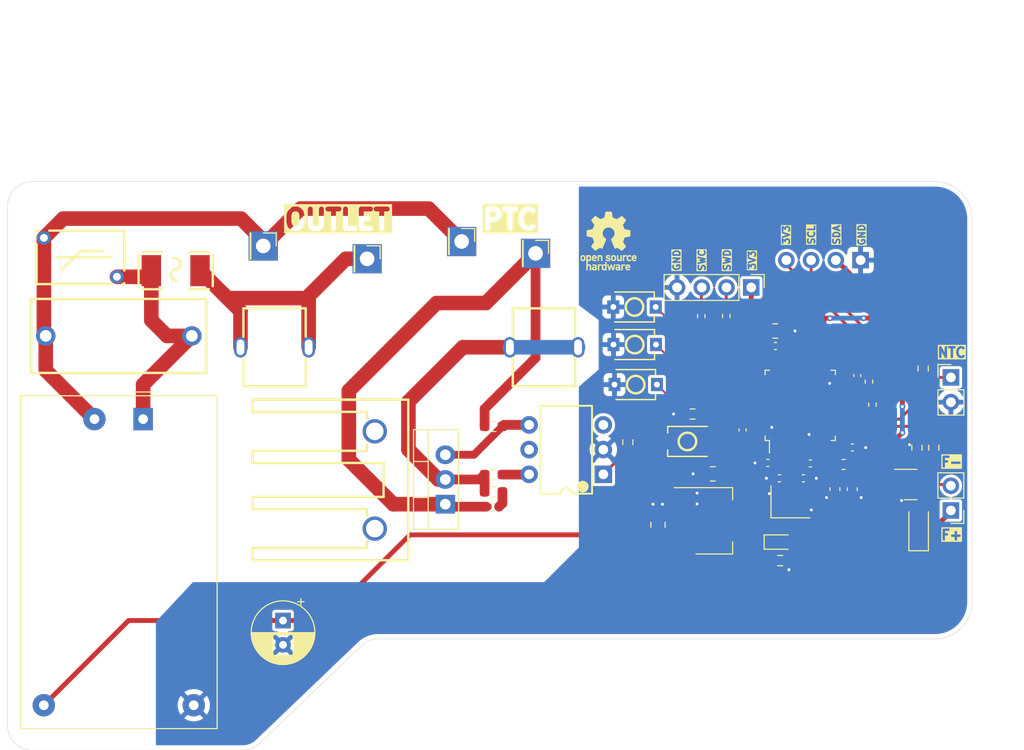
<source format=kicad_pcb>
(kicad_pcb (version 20241229) (generator "pcbnew") (generator_version "9.0")
  (title_block (title "Hotplate Electronics Automation Thermal") (company "Made by: Daniel Yordanov"))
  (layers (0 "F.Cu" signal) (2 "B.Cu" signal) (13 "F.Paste" user) (15 "B.Paste" user) (5 "F.SilkS" user "F.Silkscreen") (7 "B.SilkS" user "B.Silkscreen") (1 "F.Mask" user) (3 "B.Mask" user) (25 "Edge.Cuts" user))
  (net 0 "")
  (net 1 "+3.3V")
  (net 2 "OSC_OUT")
  (net 3 "OSC_IN")
  (net 4 "+3.3VA")
  (net 5 "AC_N")
  (net 6 "Net-(PS1-AC{slash}L)")
  (net 7 "+5V")
  (net 8 "HeaterL")
  (net 11 "ARead")
  (net 12 "SCL")
  (net 13 "SDA")
  (net 14 "Net-(Q1-G)")
  (net 15 "SWD")
  (net 16 "SWC")
  (net 17 "BOOT")
  (net 18 "Net-(R6-Pad1)")
  (net 19 "HeaterControl")
  (net 20 "Net-(R8-Pad2)")
  (net 22 "FAN")
  (net 23 "SW2")
  (net 24 "SW3")
  (net 25 "SW4")
  (net 26 "NRST")
  (net 49 "GND")
  (net 50 "AC_L")
  (net 51 "Net-(C14-Pad1)")
  (net 52 "Net-(D1-K)")
  (net 53 "Net-(D2-A)")
  (net 54 "Net-(J6-Pin_2)")
  (net 55 "Net-(J6-Pin_3)")
  (net 56 "Net-(Q2-G)")
  (net 57 "bFuse")
  (footprint "Connector_PinHeader_2.54mm:PinHeader_1x02_P2.54mm_Vertical" (layer "F.Cu") (at 147.595 74.6556 180)
    (property "Reference" "M1")
    (property "Value" "Fan")
  )
  (footprint "Capacitor_SMD:C_0603_1608Metric_Pad1.08x0.95mm_HandSolder" (layer "F.Cu") (at 137.4718 72.4662 -90)
    (property "Reference" "C9")
    (property "Value" "1u")
  )
  (footprint "ScottoKeebs_Components:OLED_128x64" (layer "F.Cu") (at 134.514 48.9304 180)
    (property "Reference" "J7" (hide yes))
    (property "Value" "OLED_128x64")
  )
  (footprint "Crystal:Crystal_SMD_3225-4Pin_3.2x2.5mm" (layer "F.Cu") (at 131.1271 73.7616)
    (property "Reference" "Y1")
    (property "Value" "16MHz/9pF")
  )
  (footprint "Converter_ACDC:Converter_ACDC_HiLink_HLK-PMxx" (layer "F.Cu") (at 64.6494 65.2697 -90)
    (property "Reference" "PS1")
    (property "Value" "HLK-PM01")
  )
  (footprint "Resistor_SMD:R_0603_1608Metric_Pad0.98x0.95mm_HandSolder" (layer "F.Cu") (at 100.6304 66.0146 180)
    (property "Reference" "R9")
    (property "Value" "360")
  )
  (footprint "Resistor_SMD:R_0402_1005Metric_Pad0.72x0.64mm_HandSolder" (layer "F.Cu") (at 124.5318 54.6608 -90)
    (property "Reference" "R1")
    (property "Value" "22")
  )
  (footprint "Resistor_SMD:R_0603_1608Metric_Pad0.98x0.95mm_HandSolder" (layer "F.Cu") (at 145.8424 68.2097 90)
    (property "Reference" "R13")
    (property "Value" "100")
  )
  (footprint "TS-1088R-02026:SW-SMD_L3.9-W3.0-P4.45" (layer "F.Cu") (at 120.544 67.564)
    (property "Reference" "SW1")
    (property "Value" "SW_Push")
  )
  (footprint "Resistor_SMD:R_0402_1005Metric_Pad0.72x0.64mm_HandSolder" (layer "F.Cu") (at 121.9664 54.6862 -90)
    (property "Reference" "R3")
    (property "Value" "22")
  )
  (footprint "Symbol:OSHW-Logo_5.7x6mm_SilkScreen" (layer "F.Cu") (at 112.4414 46.9646)
    (property "Reference" "REF**" (hide yes))
    (property "Value" "OSHW-Logo_5.7x6mm_SilkScreen" (hide yes))
  )
  (footprint "TS-1088R-02026:SW-SMD_L3.9-W3.0-P4.45" (layer "F.Cu") (at 115.2354 61.722 180)
    (property "Reference" "SW2")
    (property "Value" "SW_Push_45deg")
  )
  (footprint "Capacitor_SMD:C_0402_1005Metric_Pad0.74x0.62mm_HandSolder" (layer "F.Cu") (at 128.799 69.7738 180)
    (property "Reference" "C2")
    (property "Value" "100n")
  )
  (footprint "Connector_PinHeader_2.54mm:PinHeader_1x01_P2.54mm_Vertical" (layer "F.Cu") (at 76.983 47.4726 -90)
    (property "Reference" "J4")
    (property "Value" "Conn_01x01_Socket")
  )
  (footprint "Capacitor_SMD:C_0805_2012Metric_Pad1.18x1.45mm_HandSolder" (layer "F.Cu") (at 123.1482 70.8945 180)
    (property "Reference" "C16")
    (property "Value" "22u")
  )
  (footprint "Connector_PinHeader_2.54mm:PinHeader_1x04_P2.54mm_Vertical" (layer "F.Cu") (at 127.0972 51.7398 -90)
    (property "Reference" "J6")
    (property "Value" "Conn_01x04_Socket")
  )
  (footprint "TS-1088R-02026:SW-SMD_L3.9-W3.0-P4.45" (layer "F.Cu") (at 115.1084 53.7464 180)
    (property "Reference" "SW4")
    (property "Value" "SW_Push_45deg")
  )
  (footprint "Package_TO_SOT_SMD:SOT-23" (layer "F.Cu") (at 143.4802 71.9886)
    (property "Reference" "Q2")
    (property "Value" "IRLML2502TRPBF")
  )
  (footprint "Resistor_SMD:R_0402_1005Metric_Pad0.72x0.64mm_HandSolder" (layer "F.Cu") (at 139.5432 63.7794 -90)
    (property "Reference" "R2")
    (property "Value" "2k2")
  )
  (footprint "TS-1088R-02026:SW-SMD_L3.9-W3.0-P4.45" (layer "F.Cu") (at 115.1338 57.6072 180)
    (property "Reference" "SW3")
    (property "Value" "SW_Push_45deg")
  )
  (footprint "Inductor_SMD:L_0603_1608Metric_Pad1.05x0.95mm_HandSolder" (layer "F.Cu") (at 136.5828 69.9262 180)
    (property "Reference" "FB1")
    (property "Value" "120R/100MHz")
  )
  (footprint "JDTfuse JFC2410-1100TS:F2410" (layer "F.Cu") (at 67.9914 50.0126 180)
    (property "Reference" "F1")
    (property "Value" "1A")
  )
  (footprint "Resistor_SMD:R_0603_1608Metric_Pad0.98x0.95mm_HandSolder" (layer "F.Cu") (at 114.4226 67.6402 -90)
    (property "Reference" "R8")
    (property "Value" "430")
  )
  (footprint "Resistor_SMD:R_0603_1608Metric_Pad0.98x0.95mm_HandSolder" (layer "F.Cu") (at 144.1152 68.2097 -90)
    (property "Reference" "R14")
    (property "Value" "10k")
  )
  (footprint "Diode_SMD:D_SOD-123" (layer "F.Cu") (at 144.2897 76.4336 90)
    (property "Reference" "D2")
    (property "Value" "1N5819W")
  )
  (footprint "Capacitor_THT:CP_Radial_D6.3mm_P2.50mm" (layer "F.Cu") (at 79.015 85.965021 -90)
    (property "Reference" "C13")
    (property "Value" "220uF")
  )
  (footprint "10D561K:RES-TH_L9.0-W5.5-P7.50-D0.6-S4.00" (layer "F.Cu") (at 58.2086 48.6449 180)
    (property "Reference" "RV1")
    (property "Value" "10D561K")
  )
  (footprint "LS-601:FUSE-TH_LS-601" (layer "F.Cu") (at 105.812 57.8866)
    (property "Reference" "FH1")
    (property "Value" "LS-601")
  )
  (footprint "MKP224K275VAC(X2-224K)-B:CAP-TH_L18.0-W7.5-P15.00-D0.8" (layer "F.Cu") (at 62.1494 56.7182 180)
    (property "Reference" "C12")
    (property "Value" "220nF")
  )
  (footprint "Package_TO_SOT_SMD:SOT-223-3_TabPin2" (layer "F.Cu") (at 123.2752 75.7205)
    (property "Reference" "U3")
    (property "Value" "AMS1117-3.3")
  )
  (footprint "XSD309-067:HEATSINK-TH_L16.5-W16.0-P10.00-D1.5" (layer "F.Cu") (at 88.4384 71.5226 90)
    (property "Reference" "HT1")
    (property "Value" "HeatSink")
  )
  (footprint "Capacitor_SMD:C_0805_2012Metric_Pad1.18x1.45mm_HandSolder" (layer "F.Cu") (at 129.561 56.2102)
    (property "Reference" "C1")
    (property "Value" "10u")
  )
  (footprint "Capacitor_SMD:C_0402_1005Metric_Pad0.74x0.62mm_HandSolder" (layer "F.Cu") (at 126.2082 66.3702 90)
    (property "Reference" "C5")
    (property "Value" "100n")
  )
  (footprint "Capacitor_SMD:C_0603_1608Metric_Pad1.08x0.95mm_HandSolder" (layer "F.Cu") (at 135.6938 72.4662 -90)
    (property "Reference" "C10")
    (property "Value" "1u")
  )
  (footprint "Connector_PinHeader_2.54mm:PinHeader_1x01_P2.54mm_Vertical" (layer "F.Cu") (at 87.651 48.7934 -90)
    (property "Reference" "J3")
    (property "Value" "Conn_01x01_Socket")
  )
  (footprint "Resistor_SMD:R_0603_1608Metric_Pad0.98x0.95mm_HandSolder" (layer "F.Cu") (at 100.6304 72.7456 180)
    (property "Reference" "R7")
    (property "Value" "39")
  )
  (footprint "Resistor_SMD:R_0603_1608Metric_Pad0.98x0.95mm_HandSolder" (layer "F.Cu") (at 130.0664 79.8068)
    (property "Reference" "R11")
    (property "Value" "1k5")
  )
  (footprint "Capacitor_SMD:C_0402_1005Metric_Pad0.74x0.62mm_HandSolder" (layer "F.Cu") (at 100.6304 74.2696 180)
    (property "Reference" "C14")
    (property "Value" "10n")
  )
  (footprint "LED_SMD:LED_0603_1608Metric_Pad1.05x0.95mm_HandSolder" (layer "F.Cu") (at 130.0804 77.9018)
    (property "Reference" "D1")
    (property "Value" "BLUE")
  )
  (footprint "Capacitor_SMD:C_0805_2012Metric_Pad1.18x1.45mm_HandSolder" (layer "F.Cu") (at 117.5214 76.1238 90)
    (property "Reference" "C15")
    (property "Value" "22u")
  )
  (footprint "Capacitor_SMD:C_0402_1005Metric_Pad0.74x0.62mm_HandSolder" (layer "F.Cu") (at 137.4889 68.1856)
    (property "Reference" "C7")
    (property "Value" "100n")
  )
  (footprint "MOC3063M:DIP-6_L8.5-W6.4-P2.54-LS7.6-BL" (layer "F.Cu") (at 108.098 68.4022 90)
    (property "Reference" "U2")
    (property "Value" "MOC3063M")
  )
  (footprint "Capacitor_SMD:C_0402_1005Metric_Pad0.74x0.62mm_HandSolder" (layer "F.Cu") (at 129.5864 57.7596)
    (property "Reference" "C4")
    (property "Value" "100n")
  )
  (footprint "Connector_PinHeader_2.54mm:PinHeader_1x01_P2.54mm_Vertical" (layer "F.Cu") (at 104.9484 48.2346 -90)
    (property "Reference" "J1")
    (property "Value" "Conn_01x01_Socket")
  )
  (footprint "Capacitor_SMD:C_0402_1005Metric_Pad0.74x0.62mm_HandSolder" (layer "F.Cu") (at 133.1678 69.8246 180)
    (property "Reference" "C11")
    (property "Value" "10n")
  )
  (footprint "Resistor_SMD:R_0402_1005Metric_Pad0.72x0.64mm_HandSolder" (layer "F.Cu") (at 139.1876 61.4039 90)
    (property "Reference" "R5")
    (property "Value" "2k2")
  )
  (footprint "Connector_PinHeader_2.54mm:PinHeader_1x02_P2.54mm_Vertical" (layer "F.Cu") (at 147.60125 60.9839)
    (property "Reference" "J5")
    (property "Value" "Conn_01x02_Socket")
  )
  (footprint "Resistor_SMD:R_0603_1608Metric_Pad0.98x0.95mm_HandSolder" (layer "F.Cu") (at 121.0774 64.7446 180)
    (property "Reference" "R4")
    (property "Value" "10k")
  )
  (footprint "Connector_PinHeader_2.54mm:PinHeader_1x01_P2.54mm_Vertical" (layer "F.Cu") (at 97.3538 47.0154 -90)
    (property "Reference" "J2")
    (property "Value" "Conn_01x01_Socket")
  )
  (footprint "Resistor_SMD:R_0603_1608Metric_Pad0.98x0.95mm_HandSolder" (layer "F.Cu") (at 100.6304 70.9676 180)
    (property "Reference" "R6")
    (property "Value" "360")
  )
  (footprint "Package_TO_SOT_THT:TO-220-3_Vertical" (layer "F.Cu") (at 95.6826 74.0118 90)
    (property "Reference" "Q1")
    (property "Value" "BTA16-600B")
  )
  (footprint "Capacitor_SMD:C_0402_1005Metric_Pad0.74x0.62mm_HandSolder" (layer "F.Cu") (at 132.4566 71.3486)
    (property "Reference" "C6")
    (property "Value" "10p")
  )
  (footprint "Capacitor_SMD:C_0402_1005Metric_Pad0.74x0.62mm_HandSolder" (layer "F.Cu") (at 129.9841 71.3486 180)
    (property "Reference" "C8")
    (property "Value" "10p")
  )
  (footprint "Resistor_SMD:R_0603_1608Metric_Pad0.98x0.95mm_HandSolder" (layer "F.Cu") (at 144.7502 60.071 -90)
    (property "Reference" "R12")
    (property "Value" "100k")
  )
  (footprint "LS-601:FUSE-TH_LS-601" (layer "F.Cu") (at 78.1462 57.8866 180)
    (property "Reference" "FH2")
    (property "Value" "LS-601")
  )
  (footprint "Package_QFP:LQFP-48_7x7mm_P0.5mm" (layer "F.Cu") (at 132.1264 63.8556 90)
    (property "Reference" "U1")
    (property "Value" "STM32F103C8T6")
  )
  (footprint "Capacitor_SMD:C_0402_1005Metric_Pad0.74x0.62mm_HandSolder" (layer "F.Cu") (at 137.9938 60.7909 -90)
    (property "Reference" "C3")
    (property "Value" "100n")
  )
  (gr_line (start 145.9694 40.8686) (end 53.2594 40.8686) (stroke (width 0.05)) (layer "Edge.Cuts"))
  (gr_arc (start 145.9694 40.8686) (mid 148.663477 41.984523) (end 149.7794 44.6786) (stroke (width 0.05)) (layer "Edge.Cuts"))
  (gr_arc (start 50.7194 43.4086) (mid 51.463349 41.612549) (end 53.2594 40.8686) (stroke (width 0.05)) (layer "Edge.Cuts"))
  (gr_line (start 50.7194 43.4086) (end 50.7194 96.7486) (stroke (width 0.05)) (layer "Edge.Cuts"))
  (gr_arc (start 87.023349 88.602549) (mid 87.847384 88.051946) (end 88.8194 87.8586) (stroke (width 0.05)) (layer "Edge.Cuts"))
  (gr_line (start 87.023349 88.60255) (end 76.64545 98.544651) (stroke (width 0.05)) (layer "Edge.Cuts"))
  (gr_line (start 149.7794 84.0486) (end 149.7794 44.6786) (stroke (width 0.05)) (layer "Edge.Cuts"))
  (gr_arc (start 53.2594 99.2886) (mid 51.463349 98.544651) (end 50.7194 96.7486) (stroke (width 0.05)) (layer "Edge.Cuts"))
  (gr_arc (start 76.645451 98.544651) (mid 75.821416 99.095254) (end 74.8494 99.2886) (stroke (width 0.05)) (layer "Edge.Cuts"))
  (gr_line (start 88.8194 87.8586) (end 145.9694 87.8586) (stroke (width 0.05)) (layer "Edge.Cuts"))
  (gr_line (start 53.2594 99.2886) (end 74.8494 99.2886) (stroke (width 0.05)) (layer "Edge.Cuts"))
  (gr_arc (start 149.7794 84.0486) (mid 148.663477 86.742677) (end 145.9694 87.8586) (stroke (width 0.05)) (layer "Edge.Cuts"))
  (gr_text "OUTLET" (at 78.9134 45.9486 0) (layer "F.SilkS" knockout) (effects (font (size 2 2) (thickness 0.5) (bold yes)) (justify left bottom)))
  (gr_text "F+\n" (at 146.466543 77.7686 0) (layer "F.SilkS" knockout) (effects (font (size 1 1) (thickness 0.25) (bold yes)) (justify left bottom)))
  (gr_text "GND" (at 119.8594 50.1186 90) (layer "F.SilkS" knockout) (effects (font (size 0.7 0.7) (thickness 0.175) (bold yes)) (justify left bottom)))
  (gr_text "F-" (at 146.466543 70.2686 0) (layer "F.SilkS" knockout) (effects (font (size 1 1) (thickness 0.25) (bold yes)) (justify left bottom)))
  (gr_text "3V3" (at 131.1094 47.4186 90) (layer "F.SilkS" knockout) (effects (font (size 0.7 0.7) (thickness 0.175) (bold yes)) (justify left bottom)))
  (gr_text "GND" (at 138.8594 47.5186 90) (layer "F.SilkS" knockout) (effects (font (size 0.7 0.7) (thickness 0.175) (bold yes)) (justify left bottom)))
  (gr_text "SWD" (at 125.026067 50.135267 90) (layer "F.SilkS" knockout) (effects (font (size 0.7 0.7) (thickness 0.175) (bold yes)) (justify left bottom)))
  (gr_text "PTC" (at 99.2334 45.9486 0) (layer "F.SilkS" knockout) (effects (font (size 2 2) (thickness 0.5) (bold yes)) (justify left bottom)))
  (gr_text "SWC" (at 122.442733 50.135267 90) (layer "F.SilkS" knockout) (effects (font (size 0.7 0.7) (thickness 0.175) (bold yes)) (justify left bottom)))
  (gr_text "SDA" (at 136.276067 47.435267 90) (layer "F.SilkS" knockout) (effects (font (size 0.7 0.7) (thickness 0.175) (bold yes)) (justify left bottom)))
  (gr_text "NTC" (at 146.1094 59.0186 0) (layer "F.SilkS" knockout) (effects (font (size 1 1) (thickness 0.25) (bold yes)) (justify left bottom)))
  (gr_text "SCL\n" (at 133.692733 47.4186 90) (layer "F.SilkS" knockout) (effects (font (size 0.7 0.7) (thickness 0.175) (bold yes)) (justify left bottom)))
  (gr_text "3V3\n" (at 127.6094 50.0186 90) (layer "F.SilkS" knockout) (effects (font (size 0.7 0.7) (thickness 0.175) (bold yes)) (justify left bottom)))
  (segment (start 137.9938 60.2234) (end 138.6046 60.2234) (width 0.5) (layer "F.Cu") (net 1))
  (segment (start 127.0972 53.4416) (end 127.0972 51.7398) (width 0.5) (layer "F.Cu") (net 1))
  (segment (start 137.9949 71.6037) (end 137.4718 71.6037) (width 0.5) (layer "F.Cu") (net 1))
  (segment (start 124.1857 69.0257) (end 122.724 67.564) (width 0.5) (layer "F.Cu") (net 1))
  (segment (start 127.9639 66.6056) (end 127.1412 66.6056) (width 0.3) (layer "F.Cu") (net 1))
  (segment (start 129.3764 69.7639) (end 129.3665 69.7738) (width 0.3) (layer "F.Cu") (net 1))
  (segment (start 142.6166 62.6872) (end 142.6166 62.6364) (width 0.5) (layer "F.Cu") (net 1))
  (segment (start 124.1857 70.8945) (end 124.1857 69.0257) (width 0.5) (layer "F.Cu") (net 1))
  (segment (start 129.1028 70.5876) (end 129.3665 70.3239) (width 0.5) (layer "F.Cu") (net 1))
  (segment (start 129.0189 58.5637) (end 129.0189 57.7596) (width 0.3) (layer "F.Cu") (net 1))
  (segment (start 129.3764 59.6931) (end 129.3764 58.9212) (width 0.3) (layer "F.Cu") (net 1))
  (segment (start 124.1857 70.8945) (end 124.4926 70.5876) (width 0.5) (layer "F.Cu") (net 1))
  (segment (start 137.4578 71.5897) (end 137.4718 71.6037) (width 0.5) (layer "F.Cu") (net 1))
  (segment (start 124.4926 70.5876) (end 129.1028 70.5876) (width 0.5) (layer "F.Cu") (net 1))
  (segment (start 128.545 54.8894) (end 128.5235 54.9109) (width 0.5) (layer "F.Cu") (net 1))
  (segment (start 141.0926 72.4662) (end 139.975 73.5838) (width 0.5) (layer "F.Cu") (net 1))
  (segment (start 134.5648 56.7182) (end 137.9938 60.1472) (width 0.5) (layer "F.Cu") (net 1))
  (segment (start 124.1857 70.8945) (end 124.1857 68.9602) (width 0.5) (layer "F.Cu") (net 1))
  (segment (start 132.4312 54.8894) (end 128.545 54.8894) (width 0.5) (layer "F.Cu") (net 1))
  (segment (start 138.6288 54.8894) (end 141.7784 54.8894) (width 0.5) (layer "F.Cu") (net 1))
  (segment (start 142.8687 59.1585) (end 144.7502 59.1585) (width 0.5) (layer "F.Cu") (net 1))
  (segment (start 135.17198 54.89182) (end 134.5648 54.89182) (width 0.5) (layer "F.Cu") (net 1))
  (segment (start 126.9047 76.2) (end 137.3588 76.2) (width 0.5) (layer "F.Cu") (net 1))
  (segment (start 126.8091 66.9377) (end 126.2082 66.9377) (width 0.3) (layer "F.Cu") (net 1))
  (segment (start 128.5235 56.2102) (end 128.5235 57.2642) (width 0.5) (layer "F.Cu") (net 1))
  (segment (start 129.3665 70.3239) (end 129.3665 69.7738) (width 0.5) (layer "F.Cu") (net 1))
  (segment (start 137.4578 69.9262) (end 137.4578 71.5897) (width 0.5) (layer "F.Cu") (net 1))
  (segment (start 133.08918 54.8894) (end 132.4312 54.8894) (width 0.5) (layer "F.Cu") (net 1))
  (segment (start 126.9047 76.2) (end 129.2536 76.2) (width 0.5) (layer "F.Cu") (net 1))
  (segment (start 140.9269 64.3769) (end 142.6166 62.6872) (width 0.5) (layer "F.Cu") (net 1))
  (segment (start 129.2536 76.2) (end 130.9554 77.9018) (width 0.5) (layer "F.Cu") (net 1))
  (segment (start 127.1412 66.6056) (end 126.8091 66.9377) (width 0.3) (layer "F.Cu") (net 1))
  (segment (start 128.5235 54.9109) (end 128.5235 54.8679) (width 0.5) (layer "F.Cu") (net 1))
  (segment (start 142.6166 66.6646) (end 142.1848 67.0964) (width 0.5) (layer "F.Cu") (net 1))
  (segment (start 137.1116 61.1056) (end 137.9938 60.2234) (width 0.3) (layer "F.Cu") (net 1))
  (segment (start 141.7784 54.8894) (end 142.0451 55.1561) (width 0.5) (layer "F.Cu") (net 1))
  (segment (start 142.0451 55.1561) (end 142.6166 55.7276) (width 0.5) (layer "F.Cu") (net 1))
  (segment (start 136.2889 61.1056) (end 137.1116 61.1056) (width 0.3) (layer "F.Cu") (net 1))
  (segment (start 135.18589 54.90573) (end 135.17198 54.89182) (width 0.5) (layer "F.Cu") (net 1))
  (segment (start 129.3764 68.0181) (end 129.3764 69.7639) (width 0.3) (layer "F.Cu") (net 1))
  (segment (start 134.5648 54.89182) (end 133.0916 54.89182) (width 0.5) (layer "F.Cu") (net 1))
  (segment (start 142.6166 59.4106) (end 142.6166 57.1754) (width 0.5) (layer "F.Cu") (net 1))
  (segment (start 134.5648 54.89182) (end 134.5648 56.7182) (width 0.5) (layer "F.Cu") (net 1))
  (segment (start 135.784 48.9304) (end 135.8194 48.9304) (width 0.5) (layer "F.Cu") (net 1))
  (segment (start 142.6166 62.6364) (end 142.6166 63.9826) (width 0.5) (layer "F.Cu") (net 1))
  (segment (start 141.0926 68.199) (end 141.0926 72.4662) (width 0.5) (layer "F.Cu") (net 1))
  (segment (start 132.4312 54.8894) (end 132.6598 54.8894) (width 0.5) (layer "F.Cu") (net 1))
  (segment (start 129.3764 58.9212) (end 129.0189 58.5637) (width 0.3) (layer "F.Cu") (net 1))
  (segment (start 138.6046 60.2234) (end 139.1876 60.8064) (width 0.5) (layer "F.Cu") (net 1))
  (segment (start 126.4252 75.7205) (end 126.9047 76.2) (width 0.5) (layer "F.Cu") (net 1))
  (segment (start 142.6166 55.7276) (end 142.6166 57.1754) (width 0.5) (layer "F.Cu") (net 1))
  (segment (start 128.5235 54.8679) (end 127.0972 53.4416) (width 0.5) (layer "F.Cu") (net 1))
  (segment (start 142.1848 67.1068) (end 141.0926 68.199) (width 0.5) (layer "F.Cu") (net 1))
  (segment (start 128.5235 57.2642) (end 129.0189 57.7596) (width 0.5) (layer "F.Cu") (net 1))
  (segment (start 142.1848 67.0964) (end 142.1848 67.1068) (width 0.5) (layer "F.Cu") (net 1))
  (segment (start 137.3588 76.2) (end 139.975 73.5838) (width 0.5) (layer "F.Cu") (net 1))
  (segment (start 133.0916 54.89182) (end 133.08918 54.8894) (width 0.5) (layer "F.Cu") (net 1))
  (segment (start 135.8194 48.9304) (end 142.0451 55.1561) (width 0.5) (layer "F.Cu") (net 1))
  (segment (start 139.975 73.5838) (end 137.9949 71.6037) (width 0.5) (layer "F.Cu") (net 1))
  (segment (start 137.9938 60.1472) (end 137.9938 60.2234) (width 0.5) (layer "F.Cu") (net 1))
  (segment (start 124.1857 68.9602) (end 126.2082 66.9377) (width 0.5) (layer "F.Cu") (net 1))
  (segment (start 142.6166 59.4106) (end 142.8687 59.1585) (width 0.5) (layer "F.Cu") (net 1))
  (segment (start 142.6166 62.6364) (end 142.6166 59.4106) (width 0.5) (layer "F.Cu") (net 1))
  (segment (start 140.9269 64.3769) (end 139.5432 64.3769) (width 0.5) (layer "F.Cu") (net 1))
  (segment (start 128.5235 54.9109) (end 128.5235 56.2102) (width 0.5) (layer "F.Cu") (net 1))
  (via (at 142.6166 63.9826) (size 0.6) (drill 0.3) (layers "F.Cu" "B.Cu") (net 1))
  (via (at 135.18589 54.90573) (size 0.6) (drill 0.3) (layers "F.Cu" "B.Cu") (net 1))
  (via (at 138.6288 54.8894) (size 0.6) (drill 0.3) (layers "F.Cu" "B.Cu") (net 1))
  (via (at 142.6166 66.6646) (size 0.6) (drill 0.3) (layers "F.Cu" "B.Cu") (net 1))
  (segment (start 138.04944 54.8894) (end 138.6288 54.8894) (width 0.5) (layer "B.Cu") (net 1))
  (segment (start 142.6166 64.07936) (end 142.6166 63.9826) (width 0.5) (layer "B.Cu") (net 1))
  (segment (start 135.1998 54.89182) (end 138.04702 54.89182) (width 0.5) (layer "B.Cu") (net 1))
  (segment (start 135.18589 54.90573) (end 135.1998 54.89182) (width 0.5) (layer "B.Cu") (net 1))
  (segment (start 138.04702 54.89182) (end 138.04944 54.8894) (width 0.5) (layer "B.Cu") (net 1))
  (segment (start 142.6166 64.07936) (end 142.6166 66.6646) (width 0.5) (layer "B.Cu") (net 1))
  (segment (start 131.8764 71.3359) (end 131.8891 71.3486) (width 0.3) (layer "F.Cu") (net 2))
  (segment (start 131.8891 72.5736) (end 132.2271 72.9116) (width 0.3) (layer "F.Cu") (net 2))
  (segment (start 131.8764 68.0181) (end 131.8764 71.3359) (width 0.3) (layer "F.Cu") (net 2))
  (segment (start 131.8891 71.3486) (end 131.8891 72.5736) (width 0.3) (layer "F.Cu") (net 2))
  (segment (start 131.3764 68.9236) (end 130.5516 69.7484) (width 0.3) (layer "F.Cu") (net 3))
  (segment (start 130.5516 71.3486) (end 131.0781 71.8751) (width 0.3) (layer "F.Cu") (net 3))
  (segment (start 130.3291 74.6116) (end 130.0271 74.6116) (width 0.3) (layer "F.Cu") (net 3))
  (segment (start 130.5516 69.7484) (end 130.5516 71.3486) (width 0.3) (layer "F.Cu") (net 3))
  (segment (start 131.3764 68.0181) (end 131.3764 68.9236) (width 0.3) (layer "F.Cu") (net 3))
  (segment (start 131.0781 71.8751) (end 131.0781 73.8626) (width 0.3) (layer "F.Cu") (net 3))
  (segment (start 131.0781 73.8626) (end 130.3291 74.6116) (width 0.3) (layer "F.Cu") (net 3))
  (segment (start 135.7078 69.9262) (end 135.7078 71.5897) (width 0.5) (layer "F.Cu") (net 4))
  (segment (start 133.8369 69.9262) (end 133.7353 69.8246) (width 0.5) (layer "F.Cu") (net 4))
  (segment (start 135.7078 69.9262) (end 133.8369 69.9262) (width 0.5) (layer "F.Cu") (net 4))
  (segment (start 133.3764 68.0181) (end 133.3764 68.8648) (width 0.3) (layer "F.Cu") (net 4))
  (segment (start 133.3764 68.8648) (end 133.7353 69.2237) (width 0.3) (layer "F.Cu") (net 4))
  (segment (start 135.7078 71.5897) (end 135.6938 71.6037) (width 0.5) (layer "F.Cu") (net 4))
  (segment (start 133.7353 69.2237) (end 133.7353 69.8246) (width 0.3) (layer "F.Cu") (net 4))
  (segment (start 74.7054 44.6616) (end 56.4419 44.6616) (width 1.5) (layer "F.Cu") (net 5))
  (segment (start 76.983 47.4726) (end 80.822 43.6336) (width 1.5) (layer "F.Cu") (net 5))
  (segment (start 80.822 43.6336) (end 93.972 43.6336) (width 1.5) (layer "F.Cu") (net 5))
  (segment (start 93.972 43.6336) (end 97.3538 47.0154) (width 1.5) (layer "F.Cu") (net 5))
  (segment (start 76.983 47.4726) (end 76.983 46.9392) (width 1.5) (layer "F.Cu") (net 5))
  (segment (start 54.6494 60.2697) (end 59.6494 65.2697) (width 1.5) (layer "F.Cu") (net 5))
  (segment (start 56.4419 44.6616) (end 54.4586 46.6449) (width 1.5) (layer "F.Cu") (net 5))
  (segment (start 54.6494 56.7182) (end 54.6494 60.2697) (width 1.5) (layer "F.Cu") (net 5))
  (segment (start 76.983 46.9392) (end 74.7054 44.6616) (width 1.5) (layer "F.Cu") (net 5))
  (segment (start 54.4586 56.5274) (end 54.6494 56.7182) (width 1.5) (layer "F.Cu") (net 5))
  (segment (start 54.4586 46.6449) (end 54.4586 56.5274) (width 1.5) (layer "F.Cu") (net 5))
  (segment (start 64.6494 61.7182) (end 69.6494 56.7182) (width 1.5) (layer "F.Cu") (net 6))
  (segment (start 65.4914 55.1146) (end 65.4914 50.0126) (width 1.5) (layer "F.Cu") (net 6))
  (segment (start 64.6494 65.2697) (end 64.6494 61.7182) (width 1.5) (layer "F.Cu") (net 6))
  (segment (start 61.9586 50.6449) (end 64.8591 50.6449) (width 1.5) (layer "F.Cu") (net 6))
  (segment (start 67.095 56.7182) (end 65.4914 55.1146) (width 1.5) (layer "F.Cu") (net 6))
  (segment (start 64.8591 50.6449) (end 65.4914 50.0126) (width 1.5) (layer "F.Cu") (net 6))
  (segment (start 69.6494 56.7182) (end 67.095 56.7182) (width 1.5) (layer "F.Cu") (net 6))
  (segment (start 118.3806 78.0205) (end 117.5214 77.1613) (width 0.5) (layer "F.Cu") (net 7))
  (segment (start 124.6801 82.5754) (end 120.1252 78.0205) (width 0.5) (layer "F.Cu") (net 7))
  (segment (start 79.015 85.965021) (end 83.245379 85.965021) (width 0.5) (layer "F.Cu") (net 7))
  (segment (start 139.7979 82.5754) (end 124.6801 82.5754) (width 0.5) (layer "F.Cu") (net 7))
  (segment (start 54.4494 94.6697) (end 63.154079 85.965021) (width 0.5) (layer "F.Cu") (net 7))
  (segment (start 144.2897 78.0836) (end 139.7979 82.5754) (width 0.5) (layer "F.Cu") (net 7))
  (segment (start 147.595 74.6556) (end 147.595 74.7783) (width 0.5) (layer "F.Cu") (net 7))
  (segment (start 63.154079 85.965021) (end 79.015 85.965021) (width 0.5) (layer "F.Cu") (net 7))
  (segment (start 120.1252 78.0205) (end 118.3806 78.0205) (width 0.5) (layer "F.Cu") (net 7))
  (segment (start 83.245379 85.965021) (end 92.0491 77.1613) (width 0.5) (layer "F.Cu") (net 7))
  (segment (start 92.0491 77.1613) (end 117.5214 77.1613) (width 0.5) (layer "F.Cu") (net 7))
  (segment (start 147.595 74.7783) (end 144.2897 78.0836) (width 0.5) (layer "F.Cu") (net 7))
  (segment (start 90.3396 74.0118) (end 95.6826 74.0118) (width 1.5) (layer "F.Cu") (net 8))
  (segment (start 94.7884 53.34) (end 85.7714 62.357) (width 1.5) (layer "F.Cu") (net 8))
  (segment (start 99.843 53.34) (end 94.7884 53.34) (width 1.5) (layer "F.Cu") (net 8))
  (segment (start 95.6826 74.0118) (end 95.9404 74.2696) (width 1) (layer "F.Cu") (net 8))
  (segment (start 99.7179 66.0146) (end 99.7179 64.2093) (width 1) (layer "F.Cu") (net 8))
  (segment (start 85.7714 69.4436) (end 90.3396 74.0118) (width 1.5) (layer "F.Cu") (net 8))
  (segment (start 104.9484 58.9788) (end 104.9484 48.2346) (width 1) (layer "F.Cu") (net 8))
  (segment (start 95.9404 74.2696) (end 99.8794 74.2696) (width 1) (layer "F.Cu") (net 8))
  (segment (start 85.7714 62.357) (end 85.7714 69.4436) (width 1.5) (layer "F.Cu") (net 8))
  (segment (start 104.9484 48.2346) (end 103.6784 49.5046) (width 1.5) (layer "F.Cu") (net 8))
  (segment (start 99.7179 64.2093) (end 104.9484 58.9788) (width 1) (layer "F.Cu") (net 8))
  (segment (start 103.6784 49.5046) (end 99.843 53.34) (width 1.5) (layer "F.Cu") (net 8))
  (segment (start 136.2889 64.1056) (end 137.1516 64.1056) (width 0.3) (layer "F.Cu") (net 11))
  (segment (start 144.7502 62.865) (end 144.7502 60.9835) (width 0.3) (layer "F.Cu") (net 11))
  (segment (start 147.60085 60.9835) (end 147.60125 60.9839) (width 0.3) (layer "F.Cu") (net 11))
  (segment (start 142.3372 65.278) (end 144.7502 62.865) (width 0.3) (layer "F.Cu") (net 11))
  (segment (start 138.324 65.278) (end 142.3372 65.278) (width 0.3) (layer "F.Cu") (net 11))
  (segment (start 137.1516 64.1056) (end 138.324 65.278) (width 0.3) (layer "F.Cu") (net 11))
  (segment (start 144.7502 60.9835) (end 147.60085 60.9835) (width 0.3) (layer "F.Cu") (net 11))
  (segment (start 136.2889 62.6056) (end 137.1502 62.6056) (width 0.3) (layer "F.Cu") (net 12))
  (segment (start 137.1502 62.6056) (end 137.7265 63.1819) (width 0.3) (layer "F.Cu") (net 12))
  (segment (start 140.737 61.9881) (end 140.737 57.9628) (width 0.3) (layer "F.Cu") (net 12))
  (segment (start 139.5432 63.1819) (end 140.737 61.9881) (width 0.3) (layer "F.Cu") (net 12))
  (segment (start 140.737 57.9628) (end 133.244 50.4698) (width 0.3) (layer "F.Cu") (net 12))
  (segment (start 137.7265 63.1819) (end 139.5432 63.1819) (width 0.3) (layer "F.Cu") (net 12))
  (segment (start 133.244 50.4698) (end 133.244 48.9304) (width 0.3) (layer "F.Cu") (net 12))
  (segment (start 139.8586 58.5576) (end 130.704 49.403) (width 0.3) (layer "F.Cu") (net 13))
  (segment (start 139.0834 62.1056) (end 139.1876 62.0014) (width 0.3) (layer "F.Cu") (net 13))
  (segment (start 139.8586 61.3304) (end 139.8586 58.5576) (width 0.3) (layer "F.Cu") (net 13))
  (segment (start 136.2889 62.1056) (end 139.0834 62.1056) (width 0.3) (layer "F.Cu") (net 13))
  (segment (start 139.1876 62.0014) (end 139.8586 61.3304) (width 0.3) (layer "F.Cu") (net 13))
  (segment (start 130.704 49.403) (end 130.704 48.9304) (width 0.3) (layer "F.Cu") (net 13))
  (segment (start 104.288 65.8622) (end 101.6953 65.8622) (width 1) (layer "F.Cu") (net 14))
  (segment (start 101.6953 65.8622) (end 101.5429 66.0146) (width 1) (layer "F.Cu") (net 14))
  (segment (start 98.6257 68.9318) (end 95.6826 68.9318) (width 0.8) (layer "F.Cu") (net 14))
  (segment (start 101.5429 66.0146) (end 98.6257 68.9318) (width 0.8) (layer "F.Cu") (net 14))
  (segment (start 129.109534 60.9092) (end 124.5318 56.331466) (width 0.3) (layer "F.Cu") (net 15))
  (segment (start 130.3764 59.6931) (end 130.3764 60.6526) (width 0.3) (layer "F.Cu") (net 15))
  (segment (start 130.1198 60.9092) (end 129.109534 60.9092) (width 0.3) (layer "F.Cu") (net 15))
  (segment (start 130.3764 60.6526) (end 130.1198 60.9092) (width 0.3) (layer "F.Cu") (net 15))
  (segment (start 124.5318 56.331466) (end 124.5318 55.2583) (width 0.3) (layer "F.Cu") (net 15))
  (segment (start 127.9639 61.1056) (end 127.0396 61.1056) (width 0.3) (layer "F.Cu") (net 16))
  (segment (start 121.9664 56.0324) (end 121.9664 55.2837) (width 0.3) (layer "F.Cu") (net 16))
  (segment (start 127.0396 61.1056) (end 121.9664 56.0324) (width 0.3) (layer "F.Cu") (net 16))
  (segment (start 122.1289 64.6056) (end 121.9899 64.7446) (width 0.3) (layer "F.Cu") (net 17))
  (segment (start 121.9899 64.7446) (end 119.1705 67.564) (width 0.3) (layer "F.Cu") (net 17))
  (segment (start 127.9639 64.6056) (end 122.1289 64.6056) (width 0.3) (layer "F.Cu") (net 17))
  (segment (start 119.1705 67.564) (end 118.364 67.564) (width 0.3) (layer "F.Cu") (net 17))
  (segment (start 101.5429 70.9676) (end 104.2626 70.9676) (width 1) (layer "F.Cu") (net 18))
  (segment (start 104.2626 70.9676) (end 104.288 70.9422) (width 1) (layer "F.Cu") (net 18))
  (segment (start 114.4226 66.7277) (end 117.5447 63.6056) (width 0.3) (layer "F.Cu") (net 19))
  (segment (start 117.5447 63.6056) (end 127.9639 63.6056) (width 0.3) (layer "F.Cu") (net 19))
  (segment (start 114.2975 68.5527) (end 111.908 70.9422) (width 0.3) (layer "F.Cu") (net 20))
  (segment (start 114.4226 68.5527) (end 114.2975 68.5527) (width 0.3) (layer "F.Cu") (net 20))
  (segment (start 114.4226 68.5527) (end 114.2721 68.5527) (width 0.3) (layer "F.Cu") (net 20))
  (segment (start 137.8668 66.0146) (end 144.5598 66.0146) (width 0.3) (layer "F.Cu") (net 22))
  (segment (start 137.4578 65.6056) (end 137.8668 66.0146) (width 0.3) (layer "F.Cu") (net 22))
  (segment (start 144.5598 66.0146) (end 145.8424 67.2972) (width 0.3) (layer "F.Cu") (net 22))
  (segment (start 136.2889 65.6056) (end 137.4578 65.6056) (width 0.3) (layer "F.Cu") (net 22))
  (segment (start 117.2884 53.7464) (end 125.6476 62.1056) (width 0.2) (layer "F.Cu") (net 23))
  (segment (start 125.6476 62.1056) (end 127.9639 62.1056) (width 0.2) (layer "F.Cu") (net 23))
  (segment (start 127.9639 62.6056) (end 122.3122 62.6056) (width 0.2) (layer "F.Cu") (net 24))
  (segment (start 122.3122 62.6056) (end 117.3138 57.6072) (width 0.2) (layer "F.Cu") (net 24))
  (segment (start 127.9639 63.1056) (end 118.799 63.1056) (width 0.2) (layer "F.Cu") (net 25))
  (segment (start 118.799 63.1056) (end 117.4154 61.722) (width 0.2) (layer "F.Cu") (net 25))
  (segment (start 136.385934 68.1856) (end 136.9214 68.1856) (width 0.3) (layer "F.Cu") (net 26))
  (segment (start 132.3764 66.3488) (end 132.8122 65.913) (width 0.3) (layer "F.Cu") (net 26))
  (segment (start 132.3764 68.0181) (end 132.3764 66.3488) (width 0.3) (layer "F.Cu") (net 26))
  (segment (start 134.113334 65.913) (end 136.385934 68.1856) (width 0.3) (layer "F.Cu") (net 26))
  (segment (start 132.8122 65.913) (end 134.113334 65.913) (width 0.3) (layer "F.Cu") (net 26))
  (segment (start 137.4729 73.3298) (end 137.4718 73.3287) (width 0.5) (layer "F.Cu") (net 49))
  (segment (start 129.8764 59.6931) (end 129.8764 58.8412) (width 0.3) (layer "F.Cu") (net 49))
  (segment (start 130.5985 56.2102) (end 131.593 56.2102) (width 0.5) (layer "F.Cu") (net 49))
  (segment (start 144.1024 67.31) (end 144.1152 67.2972) (width 0.5) (layer "F.Cu") (net 49))
  (segment (start 128.2315 69.7738) (end 127.4782 69.7738) (width 0.5) (layer "F.Cu") (net 49))
  (segment (start 138.0564 68.1856) (end 138.844 68.1856) (width 0.5) (layer "F.Cu") (net 49))
  (segment (start 127.112 66.1056) (end 126.8091 65.8027) (width 0.3) (layer "F.Cu") (net 49))
  (segment (start 132.8764 68.0181) (end 132.8764 67.002114) (width 0.3) (layer "F.Cu") (net 49))
  (segment (start 133.2576 74.6116) (end 133.2694 74.5998) (width 0.5) (layer "F.Cu") (net 49))
  (segment (start 132.8764 68.8968) (end 132.6003 69.1729) (width 0.3) (layer "F.Cu") (net 49))
  (segment (start 137.7466 61.6056) (end 137.9938 61.3584) (width 0.3) (layer "F.Cu") (net 49))
  (segment (start 138.3862 73.3298) (end 137.4729 73.3298) (width 0.5) (layer "F.Cu") (net 49))
  (segment (start 144.1152 67.2972) (end 143.9502 67.2972) (width 0.5) (layer "F.Cu") (net 49))
  (segment (start 130.9669 79.8188) (end 130.9789 79.8068) (width 0.5) (layer "F.Cu") (net 49))
  (segment (start 135.1596 61.6056) (end 135.149 61.595) (width 0.3) (layer "F.Cu") (net 49))
  (segment (start 120.1649 64.7446) (end 119.1216 64.7446) (width 0.5) (layer "F.Cu") (net 49))
  (segment (start 130.5985 56.2102) (end 130.5985 57.315) (width 0.5) (layer "F.Cu") (net 49))
  (segment (start 130.5985 57.315) (end 130.1539 57.7596) (width 0.5) (layer "F.Cu") (net 49))
  (segment (start 130.9669 80.7497) (end 130.9669 79.8188) (width 0.5) (layer "F.Cu") (net 49))
  (segment (start 128.6466 71.3486) (end 129.4166 71.3486) (width 0.5) (layer "F.Cu") (net 49))
  (segment (start 143.9502 67.2972) (end 143.3532 67.8942) (width 0.5) (layer "F.Cu") (net 49))
  (segment (start 132.2271 74.6116) (end 133.2576 74.6116) (width 0.5) (layer "F.Cu") (net 49))
  (segment (start 127.9639 66.1056) (end 129.1948 66.1056) (width 0.3) (layer "F.Cu") (net 49))
  (segment (start 129.8764 58.8412) (end 130.1539 58.5637) (width 0.3) (layer "F.Cu") (net 49))
  (segment (start 134.8302 73.3298) (end 135.6927 73.3298) (width 0.5) (layer "F.Cu") (net 49))
  (segment (start 132.8764 67.002114) (end 133.032271 66.846243) (width 0.3) (layer "F.Cu") (net 49))
  (segment (start 132.6003 69.1729) (end 132.6003 69.8246) (width 0.3) (layer "F.Cu") (net 49))
  (segment (start 129.1948 66.1056) (end 129.2054 66.1162) (width 0.3) (layer "F.Cu") (net 49))
  (segment (start 126.8091 65.8027) (end 126.2082 65.8027) (width 0.3) (layer "F.Cu") (net 49))
  (segment (start 135.6927 73.3298) (end 135.6938 73.3287) (width 0.5) (layer "F.Cu") (net 49))
  (segment (start 142.5404 73.6346) (end 142.5404 72.9409) (width 0.5) (layer "F.Cu") (net 49))
  (segment (start 127.9639 66.1056) (end 127.112 66.1056) (width 0.3) (layer "F.Cu") (net 49))
  (segment (start 132.8764 68.0181) (end 132.8764 68.8968) (width 0.3) (layer "F.Cu") (net 49))
  (segment (start 142.5404 72.9409) (end 142.5427 72.9386) (width 0.5) (layer "F.Cu") (net 49))
  (segment (start 130.1539 58.5637) (end 130.1539 57.7596) (width 0.3) (layer "F.Cu") (net 49))
  (segment (start 138.844 68.1856) (end 138.8574 68.199) (width 0.5) (layer "F.Cu") (net 49))
  (segment (start 136.2889 61.6056) (end 135.1596 61.6056) (width 0.3) (layer "F.Cu") (net 49))
  (segment (start 130.0271 72.9116) (end 128.9632 72.9116) (width 0.5) (layer "F.Cu") (net 49))
  (segment (start 136.2889 61.6056) (end 137.7466 61.6056) (width 0.3) (layer "F.Cu") (net 49))
  (segment (start 128.9632 72.9116) (end 128.9514 72.9234) (width 0.5) (layer "F.Cu") (net 49))
  (segment (start 133.7774 71.3486) (end 133.0241 71.3486) (width 0.5) (layer "F.Cu") (net 49))
  (via (at 133.7774 71.3486) (size 0.6) (drill 0.3) (layers "F.Cu" "B.Cu") (net 49))
  (via (at 121.1282 70.8914) (size 0.6) (drill 0.3) (layers "F.Cu" "B.Cu") (net 49))
  (via (at 133.032271 66.846243) (size 0.6) (drill 0.3) (layers "F.Cu" "B.Cu") (net 49))
  (via (at 128.6466 71.3486) (size 0.6) (drill 0.3) (layers "F.Cu" "B.Cu") (net 49))
  (via (at 127.4782 69.7738) (size 0.6) (drill 0.3) (layers "F.Cu" "B.Cu") (net 49))
  (via (at 128.9514 72.9234) (size 0.6) (drill 0.3) (layers "F.Cu" "B.Cu") (net 49))
  (via (at 117.9786 74.0156) (size 0.6) (drill 0.3) (layers "F.Cu" "B.Cu") (net 49))
  (via (at 138.3862 73.3298) (size 0.6) (drill 0.3) (layers "F.Cu" "B.Cu") (net 49))
  (via (at 119.1216 64.7446) (size 0.6) (drill 0.3) (layers "F.Cu" "B.Cu") (net 49))
  (via (at 138.8574 68.199) (size 0.6) (drill 0.3) (layers "F.Cu" "B.Cu") (net 49))
  (via (at 130.9669 80.7497) (size 0.6) (drill 0.3) (layers "F.Cu" "B.Cu") (net 49))
  (via (at 135.149 61.595) (size 0.6) (drill 0.3) (layers "F.Cu" "B.Cu") (net 49))
  (via (at 134.8302 73.3298) (size 0.6) (drill 0.3) (layers "F.Cu" "B.Cu") (net 49))
  (via (at 129.2054 66.1162) (size 0.6) (drill 0.3) (layers "F.Cu" "B.Cu") (net 49))
  (via (at 131.593 56.2102) (size 0.6) (drill 0.3) (layers "F.Cu" "B.Cu") (net 49))
  (via (at 117.0134 74.0156) (size 0.6) (drill 0.3) (layers "F.Cu" "B.Cu") (net 49))
  (via (at 133.2694 74.5998) (size 0.6) (drill 0.3) (layers "F.Cu" "B.Cu") (net 49))
  (via (at 142.5404 73.6346) (size 0.6) (drill 0.3) (layers "F.Cu" "B.Cu") (net 49))
  (via (at 121.5346 73.9902) (size 0.6) (drill 0.3) (layers "F.Cu" "B.Cu") (net 49))
  (via (at 121.5346 72.8726) (size 0.6) (drill 0.3) (layers "F.Cu" "B.Cu") (net 49))
  (via (at 143.3532 67.8942) (size 0.6) (drill 0.3) (layers "F.Cu" "B.Cu") (net 49))
  (segment (start 73.3144 52.8356) (end 81.4244 52.8356) (width 1.5) (layer "F.Cu") (net 50))
  (segment (start 81.4244 52.8356) (end 81.6462 53.0574) (width 1.5) (layer "F.Cu") (net 50))
  (segment (start 74.6462 54.1674) (end 72.9244 52.4456) (width 1.5) (layer "F.Cu") (net 50))
  (segment (start 85.4666 48.7934) (end 87.651 48.7934) (width 1.5) (layer "F.Cu") (net 50))
  (segment (start 81.6462 53.0574) (end 81.6462 57.8866) (width 1.5) (layer "F.Cu") (net 50))
  (segment (start 81.4244 52.8356) (end 85.4666 48.7934) (width 1.5) (layer "F.Cu") (net 50))
  (segment (start 72.9244 52.4456) (end 73.3144 52.8356) (width 1.5) (layer "F.Cu") (net 50))
  (segment (start 74.6462 57.8866) (end 74.6462 54.1674) (width 1.5) (layer "F.Cu") (net 50))
  (segment (start 70.4914 50.0126) (end 72.9244 52.4456) (width 1.5) (layer "F.Cu") (net 50))
  (segment (start 101.5429 72.7456) (end 101.5429 73.9246) (width 1) (layer "F.Cu") (net 51))
  (segment (start 101.5429 73.9246) (end 101.1979 74.2696) (width 1) (layer "F.Cu") (net 51))
  (segment (start 129.2054 77.9018) (end 129.2054 79.7553) (width 0.3) (layer "F.Cu") (net 52))
  (segment (start 129.2054 79.7553) (end 129.1539 79.8068) (width 0.3) (layer "F.Cu") (net 52))
  (segment (start 147.468 71.9886) (end 147.595 72.1156) (width 0.3) (layer "F.Cu") (net 53))
  (segment (start 144.2897 72.1166) (end 144.4177 71.9886) (width 0.3) (layer "F.Cu") (net 53))
  (segment (start 144.2897 74.7836) (end 144.2897 72.1166) (width 0.3) (layer "F.Cu") (net 53))
  (segment (start 144.4177 71.9886) (end 147.468 71.9886) (width 0.3) (layer "F.Cu") (net 53))
  (segment (start 124.5318 54.0633) (end 124.5318 51.7652) (width 0.3) (layer "F.Cu") (net 54))
  (segment (start 121.9664 54.0887) (end 121.9664 51.7906) (width 0.3) (layer "F.Cu") (net 55))
  (segment (start 142.5427 70.6947) (end 144.1152 69.1222) (width 0.3) (layer "F.Cu") (net 56))
  (segment (start 144.1152 69.1222) (end 145.8424 69.1222) (width 0.3) (layer "F.Cu") (net 56))
  (segment (start 142.5427 71.0386) (end 142.5427 70.6947) (width 0.3) (layer "F.Cu") (net 56))
  (segment (start 99.7179 70.9676) (end 99.7179 72.7456) (width 1) (layer "F.Cu") (net 57))
  (segment (start 97.4808 57.8866) (end 102.312 57.8866) (width 1.5) (layer "F.Cu") (net 57))
  (segment (start 94.9624 71.4718) (end 91.8928 68.4022) (width 1.5) (layer "F.Cu") (net 57))
  (segment (start 91.8928 63.4746) (end 97.4808 57.8866) (width 1.5) (layer "F.Cu") (net 57))
  (segment (start 99.2137 71.4718) (end 99.7179 70.9676) (width 1) (layer "F.Cu") (net 57))
  (segment (start 95.6826 71.4718) (end 94.9624 71.4718) (width 1.5) (layer "F.Cu") (net 57))
  (segment (start 91.8928 68.4022) (end 91.8928 63.4746) (width 1.5) (layer "F.Cu") (net 57))
  (segment (start 95.6826 71.4718) (end 99.2137 71.4718) (width 1) (layer "F.Cu") (net 57))
  (segment (start 102.312 57.8866) (end 109.312 57.8866) (width 1.5) (layer "B.Cu") (net 57))
  (zone (net 1) (net_name "+3.3V") (layer "F.Cu") (priority 2) (connect_pads yes (clearance 0.3)) (min_thickness 0.25) (fill yes (thermal_gap 0.5) (thermal_bridge_width 0.5))
    (polygon (pts (xy 119.147 76.6826) (xy 118.893 76.4794) (xy 118.893 74.9554) (xy 119.147 74.7522) (xy 122.195 74.7522) (xy 122.8554 74.1934) (xy 123.2618 73.854734) (xy 123.2618 70.25132) (xy 123.575066 69.8754) (xy 124.91915 69.8754) (xy 125.1922 70.231) (xy 125.1922 72.272675) (xy 126.2082 73.4822) (xy 127.3766 73.4822) (xy 127.6814 73.787) (xy 127.6814 77.5462) (xy 127.4274 77.8002) (xy 125.2938 77.8002) (xy 124.3794 76.6826) (xy 121.179 76.6826)))
  )
  (zone (net 49) (net_name "GND") (layer "F.Cu") (priority 1) (connect_pads yes (clearance 0.3)) (min_thickness 0.25) (fill yes (thermal_gap 0.5) (thermal_bridge_width 0.5))
    (polygon (pts (xy 122.9062 70.231) (xy 122.9062 71.501) (xy 122.5252 71.882) (xy 122.2712 71.882) (xy 121.9664 72.1868) (xy 121.9664 74.1172) (xy 121.6362 74.3966) (xy 118.8422 74.3966) (xy 118.4866 74.769134) (xy 118.4866 75.6412) (xy 118.2326 75.8952) (xy 116.8356 75.8952) (xy 116.5308 75.5904) (xy 116.5308 73.8124) (xy 116.7594 73.5838) (xy 118.2326 73.5838) (xy 118.766 73.059759) (xy 118.766 72.5932) (xy 119.0454 72.3138) (xy 120.036 72.3138) (xy 120.4678 72.009) (xy 120.6202 71.882) (xy 120.6202 70.231) (xy 121.0012 69.85) (xy 122.5252 69.85)))
  )
  (zone (net 49) (net_name "GND") (layer "B.Cu") (connect_pads (clearance 0.3)) (min_thickness 0.25) (fill yes (thermal_gap 0.5) (thermal_bridge_width 0.5))
    (polygon (pts (xy 65.9594 86.0806) (xy 69.7694 82.0166) (xy 105.8374 82.0166) (xy 109.3934 78.4606) (xy 109.3934 61.932549) (xy 111.4254 60.1726) (xy 111.4254 55.0926) (xy 109.3934 53.5686) (xy 109.3934 40.8686) (xy 149.7794 40.8686) (xy 149.7794 87.8586) (xy 88.8194 87.8586) (xy 76.983 99.314) (xy 65.9594 99.303339)))
  )
)
</source>
